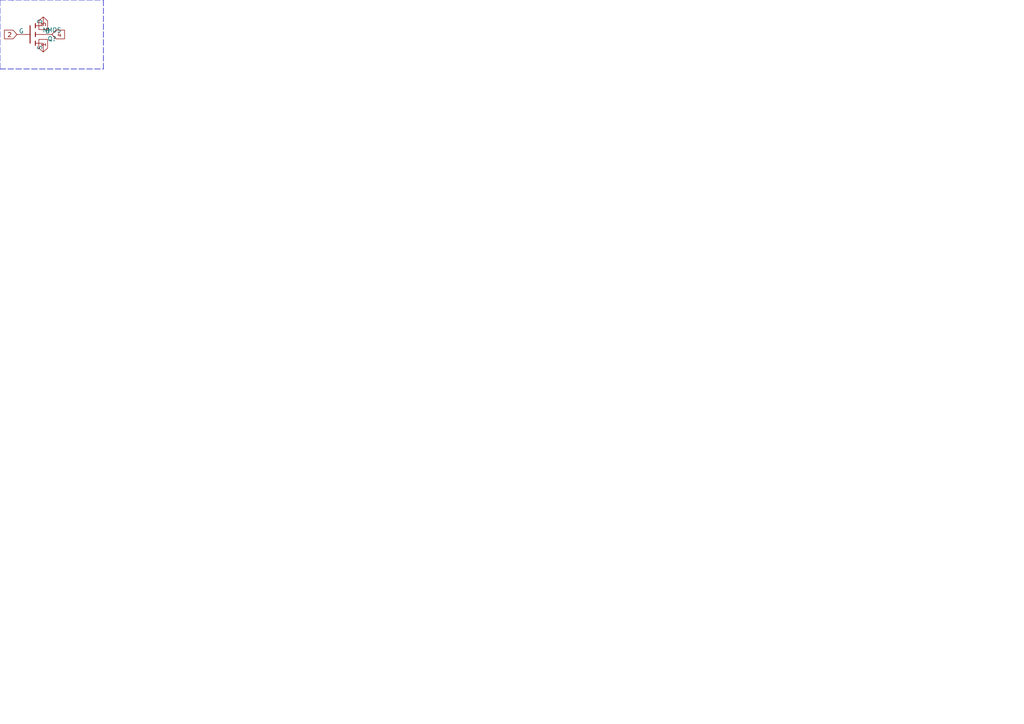
<source format=kicad_sch>
(kicad_sch (version 20201015) (generator eeschema)
  (paper "A4")
  (lib_symbols
    (symbol "Simulation_SPICE:NMOS" (pin_numbers hide) (pin_names (offset 0))
      (property "Reference" "Q" (at 5.08 1.27 0))
      (property "Value" "NMOS" (at 5.08 -1.27 0))
      (symbol "NMOS_0_1"
        (polyline (pts (xy 0.254 0.635) (xy 0.254 -0.635)) (stroke (width 0.254)))
        (polyline (pts (xy 0.254 1.905) (xy 0.254 3.175)) (stroke (width 0.254)))
        (polyline (pts (xy 0.254 -1.905) (xy 0.254 -3.175)) (stroke (width 0.254)))
        (polyline (pts (xy 0.254 0) (xy 2.54 0)))
        (polyline (pts (xy 0.254 2.54) (xy 2.54 2.54)))
        (polyline (pts (xy 0.254 -2.54) (xy 2.54 -2.54)))
        (polyline (pts (xy -1.27 2.54) (xy -1.27 -2.54)) (stroke (width 0.254)))
        (polyline (pts (xy -1.27 0) (xy -2.54 0)))
      )
      (symbol "NMOS_1_1"
        (pin passive line (at 2.54 5.08 270) (length 2.54) (name "D") (number "1"))
        (pin input line (at -5.08 0 0) (length 2.54) (name "G") (number "2"))
        (pin passive line (at 2.54 -5.08 90) (length 2.54) (name "S") (number "3"))
        (pin passive line (at 5.08 0 180) (length 2.54) (name "B") (number "4"))
      )
    )
  )
  (polyline (pts (xy 0 0) (xy 0 20)) (stroke (width 0) (type dash)))
  (polyline (pts (xy 0 0) (xy 30 0)) (stroke (width 0) (type dash)))
  (polyline (pts (xy 0 20) (xy 30 20)) (stroke (width 0) (type dash)))
  (polyline (pts (xy 30 20) (xy 30 0)) (stroke (width 0) (type dash)))
  (text "D X.*\nF .*\nV sg13_lv_nmos" (at 0 0 0) (effects (font (size 1.27 1.27)) (justify left bottom)))
  (global_label "1" (shape input) (at 12.54 15.08 90))
  (global_label "2" (shape input) (at 4.92 10 180))
  (global_label "3" (shape input) (at 12.54 4.92 270))
  (global_label "4" (shape input) (at 15.08 10 0))
  (symbol (lib_id "Simulation_SPICE:NMOS") (at 10 10 0) (unit 1)
    (property "Reference" "Q?" (at 15.08 11.27 0))
    (property "Value" "NMOS" (at 15.08 8.73 0))
  )
)
</source>
